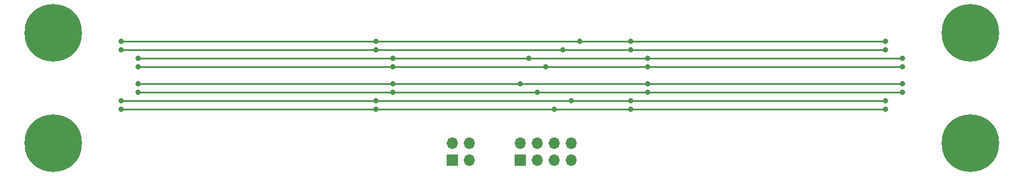
<source format=gbr>
%TF.GenerationSoftware,KiCad,Pcbnew,(5.1.8)-1*%
%TF.CreationDate,2021-01-26T11:35:44-05:00*%
%TF.ProjectId,SSD4_Row,53534434-5f52-46f7-972e-6b696361645f,rev?*%
%TF.SameCoordinates,Original*%
%TF.FileFunction,Copper,L2,Bot*%
%TF.FilePolarity,Positive*%
%FSLAX46Y46*%
G04 Gerber Fmt 4.6, Leading zero omitted, Abs format (unit mm)*
G04 Created by KiCad (PCBNEW (5.1.8)-1) date 2021-01-26 11:35:44*
%MOMM*%
%LPD*%
G01*
G04 APERTURE LIST*
%TA.AperFunction,WasherPad*%
%ADD10C,8.600000*%
%TD*%
%TA.AperFunction,WasherPad*%
%ADD11C,0.900000*%
%TD*%
%TA.AperFunction,ComponentPad*%
%ADD12R,1.700000X1.700000*%
%TD*%
%TA.AperFunction,ComponentPad*%
%ADD13O,1.700000X1.700000*%
%TD*%
%TA.AperFunction,ViaPad*%
%ADD14C,0.800000*%
%TD*%
%TA.AperFunction,Conductor*%
%ADD15C,0.250000*%
%TD*%
G04 APERTURE END LIST*
D10*
%TO.P,REF\u002A\u002A,*%
%TO.N,*%
X19050000Y-27940000D03*
D11*
X22275000Y-27940000D03*
X21330419Y-30220419D03*
X19050000Y-31165000D03*
X16769581Y-30220419D03*
X15825000Y-27940000D03*
X16769581Y-25659581D03*
X19050000Y-24715000D03*
X21330419Y-25659581D03*
%TD*%
D10*
%TO.P,REF\u002A\u002A,*%
%TO.N,*%
X19050000Y-44450000D03*
D11*
X22275000Y-44450000D03*
X21330419Y-46730419D03*
X19050000Y-47675000D03*
X16769581Y-46730419D03*
X15825000Y-44450000D03*
X16769581Y-42169581D03*
X19050000Y-41225000D03*
X21330419Y-42169581D03*
%TD*%
D10*
%TO.P,REF\u002A\u002A,*%
%TO.N,*%
X156210000Y-44450000D03*
D11*
X159435000Y-44450000D03*
X158490419Y-46730419D03*
X156210000Y-47675000D03*
X153929581Y-46730419D03*
X152985000Y-44450000D03*
X153929581Y-42169581D03*
X156210000Y-41225000D03*
X158490419Y-42169581D03*
%TD*%
D10*
%TO.P,REF\u002A\u002A,*%
%TO.N,*%
X156210000Y-27940000D03*
D11*
X159435000Y-27940000D03*
X158490419Y-30220419D03*
X156210000Y-31165000D03*
X153929581Y-30220419D03*
X152985000Y-27940000D03*
X153929581Y-25659581D03*
X156210000Y-24715000D03*
X158490419Y-25659581D03*
%TD*%
D12*
%TO.P,J1,1*%
%TO.N,/DIG_0*%
X78740000Y-46990000D03*
D13*
%TO.P,J1,2*%
%TO.N,/DIG_2*%
X78740000Y-44450000D03*
%TO.P,J1,3*%
%TO.N,/DIG_1*%
X81280000Y-46990000D03*
%TO.P,J1,4*%
%TO.N,/DIG_3*%
X81280000Y-44450000D03*
%TD*%
D12*
%TO.P,J2,1*%
%TO.N,/SEG_F*%
X88900000Y-46990000D03*
D13*
%TO.P,J2,2*%
%TO.N,/SEG_E*%
X88900000Y-44450000D03*
%TO.P,J2,3*%
%TO.N,/SEG_G*%
X91440000Y-46990000D03*
%TO.P,J2,4*%
%TO.N,/SEG_D*%
X91440000Y-44450000D03*
%TO.P,J2,5*%
%TO.N,/SEG_B*%
X93980000Y-46990000D03*
%TO.P,J2,6*%
%TO.N,/SEG_C*%
X93980000Y-44450000D03*
%TO.P,J2,7*%
%TO.N,/SEG_A*%
X96520000Y-46990000D03*
%TO.P,J2,8*%
%TO.N,/SEG_DP*%
X96520000Y-44450000D03*
%TD*%
D14*
%TO.N,/SEG_G*%
X69850000Y-33020000D03*
X31750000Y-33020000D03*
X107950000Y-33020000D03*
X146050000Y-33020000D03*
X92710000Y-33020000D03*
%TO.N,/SEG_F*%
X69850000Y-31750000D03*
X31750000Y-31750000D03*
X107950000Y-31750000D03*
X146050000Y-31750000D03*
X90170000Y-31750000D03*
%TO.N,/SEG_A*%
X67310000Y-29210000D03*
X29210000Y-29210000D03*
X105410000Y-29210000D03*
X143510000Y-29210000D03*
X97790000Y-29210000D03*
%TO.N,/SEG_B*%
X67310000Y-30480000D03*
X29210000Y-30480000D03*
X105410000Y-30480000D03*
X143510000Y-30480000D03*
X95250000Y-30480000D03*
%TO.N,/SEG_DP*%
X67310000Y-38100000D03*
X29210000Y-38100000D03*
X105410000Y-38100000D03*
X143510000Y-38100000D03*
X96520000Y-38100000D03*
%TO.N,/SEG_C*%
X67310000Y-39370000D03*
X29210000Y-39370000D03*
X105410000Y-39370000D03*
X143510000Y-39370000D03*
X93980000Y-39370000D03*
%TO.N,/SEG_D*%
X69850000Y-36830000D03*
X31750000Y-36830000D03*
X107950000Y-36830000D03*
X146050000Y-36830000D03*
X91440000Y-36830000D03*
%TO.N,/SEG_E*%
X69850000Y-35560000D03*
X31750000Y-35560000D03*
X107950000Y-35560000D03*
X146050000Y-35560000D03*
X88900000Y-35560000D03*
%TD*%
D15*
%TO.N,/SEG_G*%
X146050000Y-33020000D02*
X107950000Y-33020000D01*
X69850000Y-33020000D02*
X31750000Y-33020000D01*
X91440000Y-33020000D02*
X69850000Y-33020000D01*
X107950000Y-33020000D02*
X91440000Y-33020000D01*
%TO.N,/SEG_F*%
X31750000Y-31750000D02*
X69850000Y-31750000D01*
X107950000Y-31750000D02*
X146050000Y-31750000D01*
X88900000Y-31750000D02*
X107950000Y-31750000D01*
X69850000Y-31750000D02*
X88900000Y-31750000D01*
%TO.N,/SEG_A*%
X29210000Y-29210000D02*
X67310000Y-29210000D01*
X105410000Y-29210000D02*
X143510000Y-29210000D01*
X67310000Y-29210000D02*
X96520000Y-29210000D01*
X97790000Y-29210000D02*
X105410000Y-29210000D01*
X96520000Y-29210000D02*
X97790000Y-29210000D01*
%TO.N,/SEG_B*%
X143510000Y-30480000D02*
X105410000Y-30480000D01*
X105410000Y-30480000D02*
X67310000Y-30480000D01*
X67310000Y-30480000D02*
X29210000Y-30480000D01*
%TO.N,/SEG_DP*%
X29210000Y-38100000D02*
X67310000Y-38100000D01*
X105410000Y-38100000D02*
X143510000Y-38100000D01*
X97790000Y-38100000D02*
X105410000Y-38100000D01*
X96520000Y-38100000D02*
X97790000Y-38100000D01*
X67310000Y-38100000D02*
X96520000Y-38100000D01*
%TO.N,/SEG_C*%
X143510000Y-39370000D02*
X105410000Y-39370000D01*
X67310000Y-39370000D02*
X29210000Y-39370000D01*
X93980000Y-39370000D02*
X67310000Y-39370000D01*
X105410000Y-39370000D02*
X93980000Y-39370000D01*
%TO.N,/SEG_D*%
X146050000Y-36830000D02*
X107950000Y-36830000D01*
X69850000Y-36830000D02*
X31750000Y-36830000D01*
X91440000Y-36830000D02*
X69850000Y-36830000D01*
X107950000Y-36830000D02*
X91440000Y-36830000D01*
%TO.N,/SEG_E*%
X31750000Y-35560000D02*
X69850000Y-35560000D01*
X107950000Y-35560000D02*
X146050000Y-35560000D01*
X90170000Y-35560000D02*
X107950000Y-35560000D01*
X88900000Y-35560000D02*
X90170000Y-35560000D01*
X69850000Y-35560000D02*
X88900000Y-35560000D01*
%TD*%
M02*

</source>
